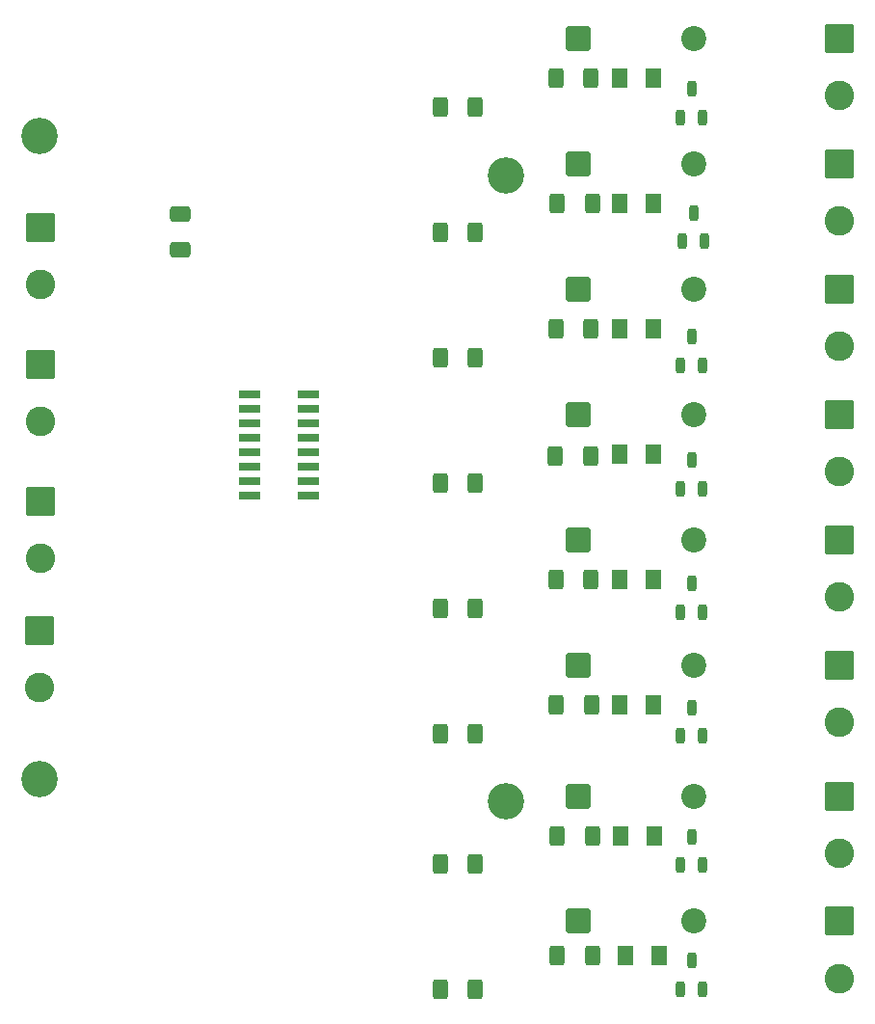
<source format=gbr>
%TF.GenerationSoftware,KiCad,Pcbnew,9.0.7*%
%TF.CreationDate,2026-02-02T23:09:49+01:00*%
%TF.ProjectId,shiftBoard,73686966-7442-46f6-9172-642e6b696361,rev?*%
%TF.SameCoordinates,Original*%
%TF.FileFunction,Soldermask,Top*%
%TF.FilePolarity,Negative*%
%FSLAX46Y46*%
G04 Gerber Fmt 4.6, Leading zero omitted, Abs format (unit mm)*
G04 Created by KiCad (PCBNEW 9.0.7) date 2026-02-02 23:09:49*
%MOMM*%
%LPD*%
G01*
G04 APERTURE LIST*
G04 Aperture macros list*
%AMRoundRect*
0 Rectangle with rounded corners*
0 $1 Rounding radius*
0 $2 $3 $4 $5 $6 $7 $8 $9 X,Y pos of 4 corners*
0 Add a 4 corners polygon primitive as box body*
4,1,4,$2,$3,$4,$5,$6,$7,$8,$9,$2,$3,0*
0 Add four circle primitives for the rounded corners*
1,1,$1+$1,$2,$3*
1,1,$1+$1,$4,$5*
1,1,$1+$1,$6,$7*
1,1,$1+$1,$8,$9*
0 Add four rect primitives between the rounded corners*
20,1,$1+$1,$2,$3,$4,$5,0*
20,1,$1+$1,$4,$5,$6,$7,0*
20,1,$1+$1,$6,$7,$8,$9,0*
20,1,$1+$1,$8,$9,$2,$3,0*%
G04 Aperture macros list end*
%ADD10C,3.200000*%
%ADD11RoundRect,0.249999X-0.850001X-0.850001X0.850001X-0.850001X0.850001X0.850001X-0.850001X0.850001X0*%
%ADD12C,2.200000*%
%ADD13RoundRect,0.198500X0.198500X-0.508500X0.198500X0.508500X-0.198500X0.508500X-0.198500X-0.508500X0*%
%ADD14RoundRect,0.250000X0.400000X0.625000X-0.400000X0.625000X-0.400000X-0.625000X0.400000X-0.625000X0*%
%ADD15RoundRect,0.250001X0.462499X0.624999X-0.462499X0.624999X-0.462499X-0.624999X0.462499X-0.624999X0*%
%ADD16RoundRect,0.250000X-1.050000X1.050000X-1.050000X-1.050000X1.050000X-1.050000X1.050000X1.050000X0*%
%ADD17C,2.600000*%
%ADD18RoundRect,0.250000X-0.650000X0.412500X-0.650000X-0.412500X0.650000X-0.412500X0.650000X0.412500X0*%
%ADD19RoundRect,0.102000X0.850900X0.266700X-0.850900X0.266700X-0.850900X-0.266700X0.850900X-0.266700X0*%
G04 APERTURE END LIST*
D10*
%TO.C,H4*%
X171500000Y-106500000D03*
%TD*%
%TO.C,H3*%
X171500000Y-50000000D03*
%TD*%
%TO.C,H2*%
X212500000Y-53500000D03*
%TD*%
%TO.C,H1*%
X212500000Y-108500000D03*
%TD*%
D11*
%TO.C,D6*%
X218827500Y-63500000D03*
D12*
X228987500Y-63500000D03*
%TD*%
D13*
%TO.C,Q3*%
X227877500Y-102724285D03*
X229777500Y-102724285D03*
X228827500Y-100214285D03*
%TD*%
D14*
%TO.C,R14*%
X209827500Y-69500000D03*
X206727500Y-69500000D03*
%TD*%
D13*
%TO.C,Q7*%
X228050000Y-59295714D03*
X229950000Y-59295714D03*
X229000000Y-56785714D03*
%TD*%
D11*
%TO.C,D5*%
X218827500Y-74500000D03*
D12*
X228987500Y-74500000D03*
%TD*%
D15*
%TO.C,D15*%
X225500000Y-56000000D03*
X222525000Y-56000000D03*
%TD*%
D14*
%TO.C,R13*%
X209827500Y-80500000D03*
X206727500Y-80500000D03*
%TD*%
D15*
%TO.C,D9*%
X225975000Y-122000000D03*
X223000000Y-122000000D03*
%TD*%
D16*
%TO.C,J8*%
X241827500Y-85500000D03*
D17*
X241827500Y-90500000D03*
%TD*%
D14*
%TO.C,R9*%
X209827500Y-125000000D03*
X206727500Y-125000000D03*
%TD*%
D16*
%TO.C,J12*%
X241827500Y-41500000D03*
D17*
X241827500Y-46500000D03*
%TD*%
D15*
%TO.C,D12*%
X225475000Y-89000000D03*
X222500000Y-89000000D03*
%TD*%
D14*
%TO.C,R10*%
X209827500Y-102500000D03*
X206727500Y-102500000D03*
%TD*%
D11*
%TO.C,D4*%
X218827500Y-85500000D03*
D12*
X228987500Y-85500000D03*
%TD*%
D16*
%TO.C,J1*%
X171617500Y-58052500D03*
D17*
X171617500Y-63052500D03*
%TD*%
D14*
%TO.C,R1*%
X220100000Y-122000000D03*
X217000000Y-122000000D03*
%TD*%
D16*
%TO.C,J6*%
X241827500Y-108000000D03*
D17*
X241827500Y-113000000D03*
%TD*%
D14*
%TO.C,R15*%
X209827500Y-58500000D03*
X206727500Y-58500000D03*
%TD*%
D18*
%TO.C,C1*%
X183937500Y-56937500D03*
X183937500Y-60062500D03*
%TD*%
D13*
%TO.C,Q1*%
X227877500Y-124938571D03*
X229777500Y-124938571D03*
X228827500Y-122428571D03*
%TD*%
D14*
%TO.C,R6*%
X220000000Y-67000000D03*
X216900000Y-67000000D03*
%TD*%
D11*
%TO.C,D2*%
X218827500Y-108000000D03*
D12*
X228987500Y-108000000D03*
%TD*%
D14*
%TO.C,R2*%
X220100000Y-111500000D03*
X217000000Y-111500000D03*
%TD*%
D11*
%TO.C,D7*%
X218827500Y-52500000D03*
D12*
X228987500Y-52500000D03*
%TD*%
D13*
%TO.C,Q4*%
X227877500Y-91867142D03*
X229777500Y-91867142D03*
X228827500Y-89357142D03*
%TD*%
D16*
%TO.C,J4*%
X171500000Y-93500000D03*
D17*
X171500000Y-98500000D03*
%TD*%
D14*
%TO.C,R12*%
X209827500Y-91500000D03*
X206727500Y-91500000D03*
%TD*%
%TO.C,R3*%
X220050000Y-100000000D03*
X216950000Y-100000000D03*
%TD*%
D15*
%TO.C,D11*%
X225500000Y-100000000D03*
X222525000Y-100000000D03*
%TD*%
D13*
%TO.C,Q6*%
X227877500Y-70152857D03*
X229777500Y-70152857D03*
X228827500Y-67642857D03*
%TD*%
D16*
%TO.C,J9*%
X241827500Y-74500000D03*
D17*
X241827500Y-79500000D03*
%TD*%
D15*
%TO.C,D16*%
X225500000Y-45000000D03*
X222525000Y-45000000D03*
%TD*%
D11*
%TO.C,D1*%
X218827500Y-119000000D03*
D12*
X228987500Y-119000000D03*
%TD*%
D14*
%TO.C,R16*%
X209827500Y-47500000D03*
X206727500Y-47500000D03*
%TD*%
%TO.C,R8*%
X220000000Y-45000000D03*
X216900000Y-45000000D03*
%TD*%
D19*
%TO.C,U2*%
X195181600Y-81620000D03*
X195181600Y-80350000D03*
X195181600Y-79080000D03*
X195181600Y-77810000D03*
X195181600Y-76540000D03*
X195181600Y-75270000D03*
X195181600Y-74000000D03*
X195181600Y-72730000D03*
X190000000Y-72730000D03*
X190000000Y-74000000D03*
X190000000Y-75270000D03*
X190000000Y-76540000D03*
X190000000Y-77810000D03*
X190000000Y-79080000D03*
X190000000Y-80350000D03*
X190000000Y-81620000D03*
%TD*%
D15*
%TO.C,D14*%
X225500000Y-67000000D03*
X222525000Y-67000000D03*
%TD*%
D16*
%TO.C,J7*%
X241827500Y-96500000D03*
D17*
X241827500Y-101500000D03*
%TD*%
D16*
%TO.C,J11*%
X241827500Y-52500000D03*
D17*
X241827500Y-57500000D03*
%TD*%
D11*
%TO.C,D3*%
X218827500Y-96500000D03*
D12*
X228987500Y-96500000D03*
%TD*%
D16*
%TO.C,J5*%
X241827500Y-119000000D03*
D17*
X241827500Y-124000000D03*
%TD*%
D13*
%TO.C,Q8*%
X227877500Y-48438571D03*
X229777500Y-48438571D03*
X228827500Y-45928571D03*
%TD*%
D15*
%TO.C,D13*%
X225500000Y-78000000D03*
X222525000Y-78000000D03*
%TD*%
D14*
%TO.C,R7*%
X220100000Y-56000000D03*
X217000000Y-56000000D03*
%TD*%
D11*
%TO.C,D8*%
X218827500Y-41500000D03*
D12*
X228987500Y-41500000D03*
%TD*%
D13*
%TO.C,Q2*%
X227877500Y-114081428D03*
X229777500Y-114081428D03*
X228827500Y-111571428D03*
%TD*%
%TO.C,Q5*%
X227877500Y-81010000D03*
X229777500Y-81010000D03*
X228827500Y-78500000D03*
%TD*%
D14*
%TO.C,R5*%
X219932500Y-78120000D03*
X216832500Y-78120000D03*
%TD*%
D15*
%TO.C,D10*%
X225550000Y-111500000D03*
X222575000Y-111500000D03*
%TD*%
D14*
%TO.C,R11*%
X209827500Y-114000000D03*
X206727500Y-114000000D03*
%TD*%
D16*
%TO.C,J2*%
X171617500Y-70102500D03*
D17*
X171617500Y-75102500D03*
%TD*%
D14*
%TO.C,R4*%
X220000000Y-89000000D03*
X216900000Y-89000000D03*
%TD*%
D16*
%TO.C,J10*%
X241827500Y-63500000D03*
D17*
X241827500Y-68500000D03*
%TD*%
D16*
%TO.C,J3*%
X171617500Y-82152500D03*
D17*
X171617500Y-87152500D03*
%TD*%
M02*

</source>
